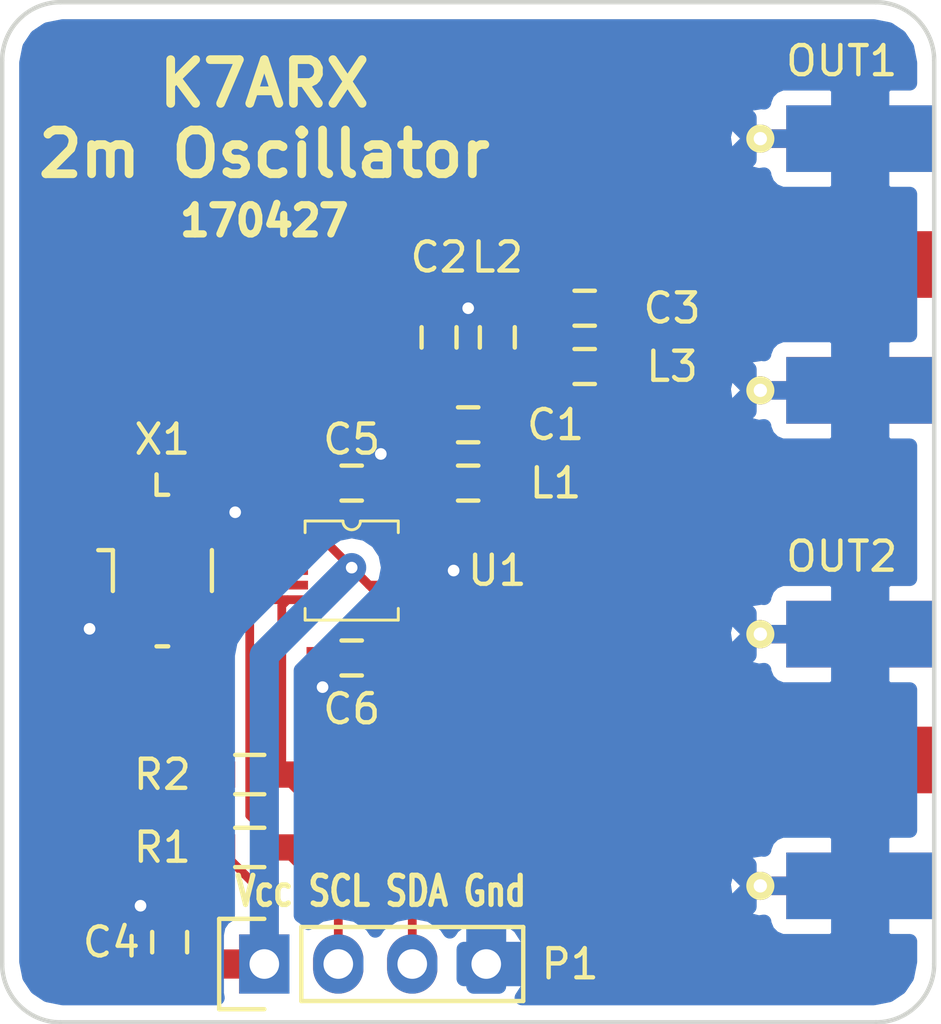
<source format=kicad_pcb>
(kicad_pcb (version 4) (host pcbnew 4.0.5)

  (general
    (links 49)
    (no_connects 0)
    (area 123.924999 90.924999 156.4 128.983333)
    (thickness 1.6)
    (drawings 11)
    (tracks 88)
    (zones 0)
    (modules 16)
    (nets 13)
  )

  (page USLetter)
  (title_block
    (title "Si5351A 2m Oscillator")
  )

  (layers
    (0 F.Cu signal)
    (31 B.Cu signal)
    (32 B.Adhes user)
    (33 F.Adhes user)
    (34 B.Paste user)
    (35 F.Paste user)
    (36 B.SilkS user)
    (37 F.SilkS user)
    (38 B.Mask user)
    (39 F.Mask user)
    (40 Dwgs.User user)
    (41 Cmts.User user)
    (42 Eco1.User user)
    (43 Eco2.User user)
    (44 Edge.Cuts user)
    (45 Margin user)
    (46 B.CrtYd user)
    (47 F.CrtYd user)
    (48 B.Fab user)
    (49 F.Fab user)
  )

  (setup
    (last_trace_width 0.3)
    (trace_clearance 0.15)
    (zone_clearance 0.508)
    (zone_45_only no)
    (trace_min 0.2)
    (segment_width 0.2)
    (edge_width 0.15)
    (via_size 0.6)
    (via_drill 0.4)
    (via_min_size 0.4)
    (via_min_drill 0.3)
    (uvia_size 0.3)
    (uvia_drill 0.1)
    (uvias_allowed no)
    (uvia_min_size 0.2)
    (uvia_min_drill 0.1)
    (pcb_text_width 0.3)
    (pcb_text_size 1.5 1.5)
    (mod_edge_width 0.15)
    (mod_text_size 1 1)
    (mod_text_width 0.15)
    (pad_size 2 1.3)
    (pad_drill 0)
    (pad_to_mask_clearance 0.2)
    (aux_axis_origin 0 0)
    (visible_elements FFFFFF7F)
    (pcbplotparams
      (layerselection 0x00030_80000001)
      (usegerberextensions false)
      (excludeedgelayer true)
      (linewidth 0.020000)
      (plotframeref false)
      (viasonmask false)
      (mode 1)
      (useauxorigin false)
      (hpglpennumber 1)
      (hpglpenspeed 20)
      (hpglpendiameter 15)
      (hpglpenoverlay 2)
      (psnegative false)
      (psa4output false)
      (plotreference true)
      (plotvalue true)
      (plotinvisibletext false)
      (padsonsilk false)
      (subtractmaskfromsilk false)
      (outputformat 1)
      (mirror false)
      (drillshape 0)
      (scaleselection 1)
      (outputdirectory ""))
  )

  (net 0 "")
  (net 1 "Net-(C1-Pad1)")
  (net 2 "Net-(C1-Pad2)")
  (net 3 GND)
  (net 4 Out1)
  (net 5 "Net-(C3-Pad2)")
  (net 6 VCC)
  (net 7 "Net-(L1-Pad1)")
  (net 8 Out2)
  (net 9 SCL)
  (net 10 SDA)
  (net 11 "Net-(U1-Pad2)")
  (net 12 "Net-(U1-Pad3)")

  (net_class Default "This is the default net class."
    (clearance 0.15)
    (trace_width 0.3)
    (via_dia 0.6)
    (via_drill 0.4)
    (uvia_dia 0.3)
    (uvia_drill 0.1)
    (add_net "Net-(U1-Pad2)")
    (add_net "Net-(U1-Pad3)")
    (add_net SCL)
    (add_net SDA)
  )

  (net_class 50ohm ""
    (clearance 0.15)
    (trace_width 2.97)
    (via_dia 0.6)
    (via_drill 0.4)
    (uvia_dia 0.3)
    (uvia_drill 0.1)
    (add_net Out1)
    (add_net Out2)
  )

  (net_class Power ""
    (clearance 0.15)
    (trace_width 0.75)
    (via_dia 0.6)
    (via_drill 0.4)
    (uvia_dia 0.3)
    (uvia_drill 0.1)
    (add_net GND)
    (add_net VCC)
  )

  (net_class filter ""
    (clearance 0.15)
    (trace_width 0.75)
    (via_dia 0.6)
    (via_drill 0.4)
    (uvia_dia 0.3)
    (uvia_drill 0.1)
    (add_net "Net-(C1-Pad1)")
    (add_net "Net-(C1-Pad2)")
    (add_net "Net-(C3-Pad2)")
    (add_net "Net-(L1-Pad1)")
  )

  (module Capacitors_SMD:C_0603_HandSoldering (layer F.Cu) (tedit 59025F0E) (tstamp 59022054)
    (at 140 105.5)
    (descr "Capacitor SMD 0603, hand soldering")
    (tags "capacitor 0603")
    (path /59021D1C)
    (attr smd)
    (fp_text reference C1 (at 3 0 180) (layer F.SilkS)
      (effects (font (size 1 1) (thickness 0.15)))
    )
    (fp_text value 12pF (at 0 1.9) (layer F.Fab) hide
      (effects (font (size 1 1) (thickness 0.15)))
    )
    (fp_line (start -0.8 0.4) (end -0.8 -0.4) (layer F.Fab) (width 0.15))
    (fp_line (start 0.8 0.4) (end -0.8 0.4) (layer F.Fab) (width 0.15))
    (fp_line (start 0.8 -0.4) (end 0.8 0.4) (layer F.Fab) (width 0.15))
    (fp_line (start -0.8 -0.4) (end 0.8 -0.4) (layer F.Fab) (width 0.15))
    (fp_line (start -1.85 -0.75) (end 1.85 -0.75) (layer F.CrtYd) (width 0.05))
    (fp_line (start -1.85 0.75) (end 1.85 0.75) (layer F.CrtYd) (width 0.05))
    (fp_line (start -1.85 -0.75) (end -1.85 0.75) (layer F.CrtYd) (width 0.05))
    (fp_line (start 1.85 -0.75) (end 1.85 0.75) (layer F.CrtYd) (width 0.05))
    (fp_line (start -0.35 -0.6) (end 0.35 -0.6) (layer F.SilkS) (width 0.15))
    (fp_line (start 0.35 0.6) (end -0.35 0.6) (layer F.SilkS) (width 0.15))
    (pad 1 smd rect (at -0.95 0) (size 1.2 0.75) (layers F.Cu F.Paste F.Mask)
      (net 1 "Net-(C1-Pad1)"))
    (pad 2 smd rect (at 0.95 0) (size 1.2 0.75) (layers F.Cu F.Paste F.Mask)
      (net 2 "Net-(C1-Pad2)"))
    (model Capacitors_SMD.3dshapes/C_0603_HandSoldering.wrl
      (at (xyz 0 0 0))
      (scale (xyz 1 1 1))
      (rotate (xyz 0 0 0))
    )
  )

  (module Capacitors_SMD:C_0603_HandSoldering (layer F.Cu) (tedit 590263EC) (tstamp 5902205A)
    (at 139 102.5 270)
    (descr "Capacitor SMD 0603, hand soldering")
    (tags "capacitor 0603")
    (path /59021D63)
    (attr smd)
    (fp_text reference C2 (at -2.75 0 360) (layer F.SilkS)
      (effects (font (size 1 1) (thickness 0.15)))
    )
    (fp_text value 82pF (at 0 1.9 270) (layer F.Fab) hide
      (effects (font (size 1 1) (thickness 0.15)))
    )
    (fp_line (start -0.8 0.4) (end -0.8 -0.4) (layer F.Fab) (width 0.15))
    (fp_line (start 0.8 0.4) (end -0.8 0.4) (layer F.Fab) (width 0.15))
    (fp_line (start 0.8 -0.4) (end 0.8 0.4) (layer F.Fab) (width 0.15))
    (fp_line (start -0.8 -0.4) (end 0.8 -0.4) (layer F.Fab) (width 0.15))
    (fp_line (start -1.85 -0.75) (end 1.85 -0.75) (layer F.CrtYd) (width 0.05))
    (fp_line (start -1.85 0.75) (end 1.85 0.75) (layer F.CrtYd) (width 0.05))
    (fp_line (start -1.85 -0.75) (end -1.85 0.75) (layer F.CrtYd) (width 0.05))
    (fp_line (start 1.85 -0.75) (end 1.85 0.75) (layer F.CrtYd) (width 0.05))
    (fp_line (start -0.35 -0.6) (end 0.35 -0.6) (layer F.SilkS) (width 0.15))
    (fp_line (start 0.35 0.6) (end -0.35 0.6) (layer F.SilkS) (width 0.15))
    (pad 1 smd rect (at -0.95 0 270) (size 1.2 0.75) (layers F.Cu F.Paste F.Mask)
      (net 3 GND))
    (pad 2 smd rect (at 0.95 0 270) (size 1.2 0.75) (layers F.Cu F.Paste F.Mask)
      (net 1 "Net-(C1-Pad1)"))
    (model Capacitors_SMD.3dshapes/C_0603_HandSoldering.wrl
      (at (xyz 0 0 0))
      (scale (xyz 1 1 1))
      (rotate (xyz 0 0 0))
    )
  )

  (module Capacitors_SMD:C_0603_HandSoldering (layer F.Cu) (tedit 59022207) (tstamp 59022060)
    (at 144 101.5 180)
    (descr "Capacitor SMD 0603, hand soldering")
    (tags "capacitor 0603")
    (path /59021E13)
    (attr smd)
    (fp_text reference C3 (at -3 0 180) (layer F.SilkS)
      (effects (font (size 1 1) (thickness 0.15)))
    )
    (fp_text value 12pF (at 0 1.9 180) (layer F.Fab) hide
      (effects (font (size 1 1) (thickness 0.15)))
    )
    (fp_line (start -0.8 0.4) (end -0.8 -0.4) (layer F.Fab) (width 0.15))
    (fp_line (start 0.8 0.4) (end -0.8 0.4) (layer F.Fab) (width 0.15))
    (fp_line (start 0.8 -0.4) (end 0.8 0.4) (layer F.Fab) (width 0.15))
    (fp_line (start -0.8 -0.4) (end 0.8 -0.4) (layer F.Fab) (width 0.15))
    (fp_line (start -1.85 -0.75) (end 1.85 -0.75) (layer F.CrtYd) (width 0.05))
    (fp_line (start -1.85 0.75) (end 1.85 0.75) (layer F.CrtYd) (width 0.05))
    (fp_line (start -1.85 -0.75) (end -1.85 0.75) (layer F.CrtYd) (width 0.05))
    (fp_line (start 1.85 -0.75) (end 1.85 0.75) (layer F.CrtYd) (width 0.05))
    (fp_line (start -0.35 -0.6) (end 0.35 -0.6) (layer F.SilkS) (width 0.15))
    (fp_line (start 0.35 0.6) (end -0.35 0.6) (layer F.SilkS) (width 0.15))
    (pad 1 smd rect (at -0.95 0 180) (size 1.2 0.75) (layers F.Cu F.Paste F.Mask)
      (net 4 Out1))
    (pad 2 smd rect (at 0.95 0 180) (size 1.2 0.75) (layers F.Cu F.Paste F.Mask)
      (net 5 "Net-(C3-Pad2)"))
    (model Capacitors_SMD.3dshapes/C_0603_HandSoldering.wrl
      (at (xyz 0 0 0))
      (scale (xyz 1 1 1))
      (rotate (xyz 0 0 0))
    )
  )

  (module Capacitors_SMD:C_0603_HandSoldering (layer F.Cu) (tedit 59026C85) (tstamp 59022066)
    (at 129.75 123.25 270)
    (descr "Capacitor SMD 0603, hand soldering")
    (tags "capacitor 0603")
    (path /59026C84)
    (attr smd)
    (fp_text reference C4 (at 0 2 360) (layer F.SilkS)
      (effects (font (size 1 1) (thickness 0.15)))
    )
    (fp_text value 1uF (at 0 1.9 270) (layer F.Fab) hide
      (effects (font (size 1 1) (thickness 0.15)))
    )
    (fp_line (start -0.8 0.4) (end -0.8 -0.4) (layer F.Fab) (width 0.15))
    (fp_line (start 0.8 0.4) (end -0.8 0.4) (layer F.Fab) (width 0.15))
    (fp_line (start 0.8 -0.4) (end 0.8 0.4) (layer F.Fab) (width 0.15))
    (fp_line (start -0.8 -0.4) (end 0.8 -0.4) (layer F.Fab) (width 0.15))
    (fp_line (start -1.85 -0.75) (end 1.85 -0.75) (layer F.CrtYd) (width 0.05))
    (fp_line (start -1.85 0.75) (end 1.85 0.75) (layer F.CrtYd) (width 0.05))
    (fp_line (start -1.85 -0.75) (end -1.85 0.75) (layer F.CrtYd) (width 0.05))
    (fp_line (start 1.85 -0.75) (end 1.85 0.75) (layer F.CrtYd) (width 0.05))
    (fp_line (start -0.35 -0.6) (end 0.35 -0.6) (layer F.SilkS) (width 0.15))
    (fp_line (start 0.35 0.6) (end -0.35 0.6) (layer F.SilkS) (width 0.15))
    (pad 1 smd rect (at -0.95 0 270) (size 1.2 0.75) (layers F.Cu F.Paste F.Mask)
      (net 3 GND))
    (pad 2 smd rect (at 0.95 0 270) (size 1.2 0.75) (layers F.Cu F.Paste F.Mask)
      (net 6 VCC))
    (model Capacitors_SMD.3dshapes/C_0603_HandSoldering.wrl
      (at (xyz 0 0 0))
      (scale (xyz 1 1 1))
      (rotate (xyz 0 0 0))
    )
  )

  (module Capacitors_SMD:C_0603_HandSoldering (layer F.Cu) (tedit 59022474) (tstamp 5902206C)
    (at 136 107.5 180)
    (descr "Capacitor SMD 0603, hand soldering")
    (tags "capacitor 0603")
    (path /59022107)
    (attr smd)
    (fp_text reference C5 (at 0 1.5 180) (layer F.SilkS)
      (effects (font (size 1 1) (thickness 0.15)))
    )
    (fp_text value 0.1uF (at 0 1.9 180) (layer F.Fab) hide
      (effects (font (size 1 1) (thickness 0.15)))
    )
    (fp_line (start -0.8 0.4) (end -0.8 -0.4) (layer F.Fab) (width 0.15))
    (fp_line (start 0.8 0.4) (end -0.8 0.4) (layer F.Fab) (width 0.15))
    (fp_line (start 0.8 -0.4) (end 0.8 0.4) (layer F.Fab) (width 0.15))
    (fp_line (start -0.8 -0.4) (end 0.8 -0.4) (layer F.Fab) (width 0.15))
    (fp_line (start -1.85 -0.75) (end 1.85 -0.75) (layer F.CrtYd) (width 0.05))
    (fp_line (start -1.85 0.75) (end 1.85 0.75) (layer F.CrtYd) (width 0.05))
    (fp_line (start -1.85 -0.75) (end -1.85 0.75) (layer F.CrtYd) (width 0.05))
    (fp_line (start 1.85 -0.75) (end 1.85 0.75) (layer F.CrtYd) (width 0.05))
    (fp_line (start -0.35 -0.6) (end 0.35 -0.6) (layer F.SilkS) (width 0.15))
    (fp_line (start 0.35 0.6) (end -0.35 0.6) (layer F.SilkS) (width 0.15))
    (pad 1 smd rect (at -0.95 0 180) (size 1.2 0.75) (layers F.Cu F.Paste F.Mask)
      (net 3 GND))
    (pad 2 smd rect (at 0.95 0 180) (size 1.2 0.75) (layers F.Cu F.Paste F.Mask)
      (net 6 VCC))
    (model Capacitors_SMD.3dshapes/C_0603_HandSoldering.wrl
      (at (xyz 0 0 0))
      (scale (xyz 1 1 1))
      (rotate (xyz 0 0 0))
    )
  )

  (module Capacitors_SMD:C_0603_HandSoldering (layer F.Cu) (tedit 59025ED8) (tstamp 59022072)
    (at 140 107.5)
    (descr "Capacitor SMD 0603, hand soldering")
    (tags "capacitor 0603")
    (path /59021CD9)
    (attr smd)
    (fp_text reference L1 (at 3 0) (layer F.SilkS)
      (effects (font (size 1 1) (thickness 0.15)))
    )
    (fp_text value 100nH (at 0 1.9) (layer F.Fab) hide
      (effects (font (size 1 1) (thickness 0.15)))
    )
    (fp_line (start -0.8 0.4) (end -0.8 -0.4) (layer F.Fab) (width 0.15))
    (fp_line (start 0.8 0.4) (end -0.8 0.4) (layer F.Fab) (width 0.15))
    (fp_line (start 0.8 -0.4) (end 0.8 0.4) (layer F.Fab) (width 0.15))
    (fp_line (start -0.8 -0.4) (end 0.8 -0.4) (layer F.Fab) (width 0.15))
    (fp_line (start -1.85 -0.75) (end 1.85 -0.75) (layer F.CrtYd) (width 0.05))
    (fp_line (start -1.85 0.75) (end 1.85 0.75) (layer F.CrtYd) (width 0.05))
    (fp_line (start -1.85 -0.75) (end -1.85 0.75) (layer F.CrtYd) (width 0.05))
    (fp_line (start 1.85 -0.75) (end 1.85 0.75) (layer F.CrtYd) (width 0.05))
    (fp_line (start -0.35 -0.6) (end 0.35 -0.6) (layer F.SilkS) (width 0.15))
    (fp_line (start 0.35 0.6) (end -0.35 0.6) (layer F.SilkS) (width 0.15))
    (pad 1 smd rect (at -0.95 0) (size 1.2 0.75) (layers F.Cu F.Paste F.Mask)
      (net 7 "Net-(L1-Pad1)"))
    (pad 2 smd rect (at 0.95 0) (size 1.2 0.75) (layers F.Cu F.Paste F.Mask)
      (net 2 "Net-(C1-Pad2)"))
    (model Capacitors_SMD.3dshapes/C_0603_HandSoldering.wrl
      (at (xyz 0 0 0))
      (scale (xyz 1 1 1))
      (rotate (xyz 0 0 0))
    )
  )

  (module Capacitors_SMD:C_0603_HandSoldering (layer F.Cu) (tedit 590263ED) (tstamp 59022078)
    (at 141 102.5 90)
    (descr "Capacitor SMD 0603, hand soldering")
    (tags "capacitor 0603")
    (path /59021D90)
    (attr smd)
    (fp_text reference L2 (at 2.75 0 180) (layer F.SilkS)
      (effects (font (size 1 1) (thickness 0.15)))
    )
    (fp_text value 15nH (at 0 1.9 90) (layer F.Fab) hide
      (effects (font (size 1 1) (thickness 0.15)))
    )
    (fp_line (start -0.8 0.4) (end -0.8 -0.4) (layer F.Fab) (width 0.15))
    (fp_line (start 0.8 0.4) (end -0.8 0.4) (layer F.Fab) (width 0.15))
    (fp_line (start 0.8 -0.4) (end 0.8 0.4) (layer F.Fab) (width 0.15))
    (fp_line (start -0.8 -0.4) (end 0.8 -0.4) (layer F.Fab) (width 0.15))
    (fp_line (start -1.85 -0.75) (end 1.85 -0.75) (layer F.CrtYd) (width 0.05))
    (fp_line (start -1.85 0.75) (end 1.85 0.75) (layer F.CrtYd) (width 0.05))
    (fp_line (start -1.85 -0.75) (end -1.85 0.75) (layer F.CrtYd) (width 0.05))
    (fp_line (start 1.85 -0.75) (end 1.85 0.75) (layer F.CrtYd) (width 0.05))
    (fp_line (start -0.35 -0.6) (end 0.35 -0.6) (layer F.SilkS) (width 0.15))
    (fp_line (start 0.35 0.6) (end -0.35 0.6) (layer F.SilkS) (width 0.15))
    (pad 1 smd rect (at -0.95 0 90) (size 1.2 0.75) (layers F.Cu F.Paste F.Mask)
      (net 1 "Net-(C1-Pad1)"))
    (pad 2 smd rect (at 0.95 0 90) (size 1.2 0.75) (layers F.Cu F.Paste F.Mask)
      (net 3 GND))
    (model Capacitors_SMD.3dshapes/C_0603_HandSoldering.wrl
      (at (xyz 0 0 0))
      (scale (xyz 1 1 1))
      (rotate (xyz 0 0 0))
    )
  )

  (module Capacitors_SMD:C_0603_HandSoldering (layer F.Cu) (tedit 59025F39) (tstamp 5902207E)
    (at 144 103.5)
    (descr "Capacitor SMD 0603, hand soldering")
    (tags "capacitor 0603")
    (path /59021DC8)
    (attr smd)
    (fp_text reference L3 (at 3 0) (layer F.SilkS)
      (effects (font (size 1 1) (thickness 0.15)))
    )
    (fp_text value 100nH (at 0 1.9) (layer F.Fab) hide
      (effects (font (size 1 1) (thickness 0.15)))
    )
    (fp_line (start -0.8 0.4) (end -0.8 -0.4) (layer F.Fab) (width 0.15))
    (fp_line (start 0.8 0.4) (end -0.8 0.4) (layer F.Fab) (width 0.15))
    (fp_line (start 0.8 -0.4) (end 0.8 0.4) (layer F.Fab) (width 0.15))
    (fp_line (start -0.8 -0.4) (end 0.8 -0.4) (layer F.Fab) (width 0.15))
    (fp_line (start -1.85 -0.75) (end 1.85 -0.75) (layer F.CrtYd) (width 0.05))
    (fp_line (start -1.85 0.75) (end 1.85 0.75) (layer F.CrtYd) (width 0.05))
    (fp_line (start -1.85 -0.75) (end -1.85 0.75) (layer F.CrtYd) (width 0.05))
    (fp_line (start 1.85 -0.75) (end 1.85 0.75) (layer F.CrtYd) (width 0.05))
    (fp_line (start -0.35 -0.6) (end 0.35 -0.6) (layer F.SilkS) (width 0.15))
    (fp_line (start 0.35 0.6) (end -0.35 0.6) (layer F.SilkS) (width 0.15))
    (pad 1 smd rect (at -0.95 0) (size 1.2 0.75) (layers F.Cu F.Paste F.Mask)
      (net 1 "Net-(C1-Pad1)"))
    (pad 2 smd rect (at 0.95 0) (size 1.2 0.75) (layers F.Cu F.Paste F.Mask)
      (net 5 "Net-(C3-Pad2)"))
    (model Capacitors_SMD.3dshapes/C_0603_HandSoldering.wrl
      (at (xyz 0 0 0))
      (scale (xyz 1 1 1))
      (rotate (xyz 0 0 0))
    )
  )

  (module Crystals:Crystal_SMD_5032_4Pads (layer F.Cu) (tedit 5902604B) (tstamp 590220BA)
    (at 129.5 110.5 270)
    (descr "Ceramic SMD crystal, 5.0x3.2mm, 4 Pads")
    (tags "crystal oscillator quartz SMD SMT 5032")
    (path /59026966)
    (attr smd)
    (fp_text reference X1 (at -4.5 0 360) (layer F.SilkS)
      (effects (font (size 1 1) (thickness 0.15)))
    )
    (fp_text value "25 MHz" (at 0 3.25 270) (layer F.Fab) hide
      (effects (font (size 1 1) (thickness 0.15)))
    )
    (fp_line (start -2.6 0.2) (end -3.3 0.2) (layer F.SilkS) (width 0.15))
    (fp_line (start -0.7 1.7) (end -0.7 2.2) (layer F.SilkS) (width 0.15))
    (fp_line (start 2.5 1.6) (end 2.5 -1.6) (layer F.Fab) (width 0.15))
    (fp_line (start -2.5 1.6) (end 2.5 1.6) (layer F.Fab) (width 0.15))
    (fp_line (start -2.5 -1.6) (end -2.5 1.6) (layer F.Fab) (width 0.15))
    (fp_line (start 2.5 -1.6) (end -2.5 -1.6) (layer F.Fab) (width 0.15))
    (fp_line (start 3.5 2.35) (end 3.5 -2.35) (layer F.CrtYd) (width 0.05))
    (fp_line (start -3.5 2.35) (end 3.5 2.35) (layer F.CrtYd) (width 0.05))
    (fp_line (start -3.5 -2.35) (end -3.5 2.35) (layer F.CrtYd) (width 0.05))
    (fp_line (start 3.5 -2.35) (end -3.5 -2.35) (layer F.CrtYd) (width 0.05))
    (fp_line (start 0.70208 1.7) (end -0.7 1.7) (layer F.SilkS) (width 0.15))
    (fp_line (start -0.70104 -1.7) (end 0.70104 -1.7) (layer F.SilkS) (width 0.15))
    (fp_line (start 2.6 0.2) (end 2.6 -0.2) (layer F.SilkS) (width 0.15))
    (fp_line (start -2.6 0.2) (end -2.6 -0.2) (layer F.SilkS) (width 0.15))
    (pad 1 smd rect (at -2 1.2 270) (size 2 1.3) (layers F.Cu F.Paste F.Mask)
      (net 11 "Net-(U1-Pad2)"))
    (pad 3 smd rect (at 2 1.2 270) (size 2 1.3) (layers F.Cu F.Paste F.Mask)
      (net 3 GND))
    (pad 2 smd rect (at 2 -1.2 270) (size 2 1.3) (layers F.Cu F.Paste F.Mask)
      (net 12 "Net-(U1-Pad3)"))
    (pad 3 smd rect (at -2 -1.2 270) (size 2 1.3) (layers F.Cu F.Paste F.Mask)
      (net 3 GND))
    (model Crystals.3dshapes/Crystal_SMD_5032_4Pads.wrl
      (at (xyz 0 0 0))
      (scale (xyz 1 1 1))
      (rotate (xyz 0 0 0))
    )
  )

  (module Resistors_SMD:R_0603_HandSoldering (layer F.Cu) (tedit 590232BF) (tstamp 590232D2)
    (at 132.5 120)
    (descr "Resistor SMD 0603, hand soldering")
    (tags "resistor 0603")
    (path /590231FB)
    (attr smd)
    (fp_text reference R1 (at -3 0) (layer F.SilkS)
      (effects (font (size 1 1) (thickness 0.15)))
    )
    (fp_text value 10k (at 0 1.9) (layer F.Fab) hide
      (effects (font (size 1 1) (thickness 0.15)))
    )
    (fp_line (start -0.8 0.4) (end -0.8 -0.4) (layer F.Fab) (width 0.1))
    (fp_line (start 0.8 0.4) (end -0.8 0.4) (layer F.Fab) (width 0.1))
    (fp_line (start 0.8 -0.4) (end 0.8 0.4) (layer F.Fab) (width 0.1))
    (fp_line (start -0.8 -0.4) (end 0.8 -0.4) (layer F.Fab) (width 0.1))
    (fp_line (start -2 -0.8) (end 2 -0.8) (layer F.CrtYd) (width 0.05))
    (fp_line (start -2 0.8) (end 2 0.8) (layer F.CrtYd) (width 0.05))
    (fp_line (start -2 -0.8) (end -2 0.8) (layer F.CrtYd) (width 0.05))
    (fp_line (start 2 -0.8) (end 2 0.8) (layer F.CrtYd) (width 0.05))
    (fp_line (start 0.5 0.675) (end -0.5 0.675) (layer F.SilkS) (width 0.15))
    (fp_line (start -0.5 -0.675) (end 0.5 -0.675) (layer F.SilkS) (width 0.15))
    (pad 1 smd rect (at -1.1 0) (size 1.2 0.9) (layers F.Cu F.Paste F.Mask)
      (net 6 VCC))
    (pad 2 smd rect (at 1.1 0) (size 1.2 0.9) (layers F.Cu F.Paste F.Mask)
      (net 9 SCL))
    (model Resistors_SMD.3dshapes/R_0603_HandSoldering.wrl
      (at (xyz 0 0 0))
      (scale (xyz 1 1 1))
      (rotate (xyz 0 0 0))
    )
  )

  (module Resistors_SMD:R_0603_HandSoldering (layer F.Cu) (tedit 590232DF) (tstamp 590232D8)
    (at 132.5 117.5)
    (descr "Resistor SMD 0603, hand soldering")
    (tags "resistor 0603")
    (path /59023250)
    (attr smd)
    (fp_text reference R2 (at -3 0) (layer F.SilkS)
      (effects (font (size 1 1) (thickness 0.15)))
    )
    (fp_text value 10k (at 0 1.9) (layer F.Fab) hide
      (effects (font (size 1 1) (thickness 0.15)))
    )
    (fp_line (start -0.8 0.4) (end -0.8 -0.4) (layer F.Fab) (width 0.1))
    (fp_line (start 0.8 0.4) (end -0.8 0.4) (layer F.Fab) (width 0.1))
    (fp_line (start 0.8 -0.4) (end 0.8 0.4) (layer F.Fab) (width 0.1))
    (fp_line (start -0.8 -0.4) (end 0.8 -0.4) (layer F.Fab) (width 0.1))
    (fp_line (start -2 -0.8) (end 2 -0.8) (layer F.CrtYd) (width 0.05))
    (fp_line (start -2 0.8) (end 2 0.8) (layer F.CrtYd) (width 0.05))
    (fp_line (start -2 -0.8) (end -2 0.8) (layer F.CrtYd) (width 0.05))
    (fp_line (start 2 -0.8) (end 2 0.8) (layer F.CrtYd) (width 0.05))
    (fp_line (start 0.5 0.675) (end -0.5 0.675) (layer F.SilkS) (width 0.15))
    (fp_line (start -0.5 -0.675) (end 0.5 -0.675) (layer F.SilkS) (width 0.15))
    (pad 1 smd rect (at -1.1 0) (size 1.2 0.9) (layers F.Cu F.Paste F.Mask)
      (net 6 VCC))
    (pad 2 smd rect (at 1.1 0) (size 1.2 0.9) (layers F.Cu F.Paste F.Mask)
      (net 10 SDA))
    (model Resistors_SMD.3dshapes/R_0603_HandSoldering.wrl
      (at (xyz 0 0 0))
      (scale (xyz 1 1 1))
      (rotate (xyz 0 0 0))
    )
  )

  (module k7arx:SMA_Board_Edge (layer F.Cu) (tedit 59026382) (tstamp 590263ED)
    (at 156 100 180)
    (path /5902266E)
    (fp_text reference OUT1 (at 3.175 6.985 180) (layer F.SilkS)
      (effects (font (size 1 1) (thickness 0.15)))
    )
    (fp_text value SMA (at 6.985 -6.985 180) (layer F.Fab) hide
      (effects (font (size 1 1) (thickness 0.15)))
    )
    (pad 1 smd rect (at 3.175 0 180) (size 6.35 2.286) (layers F.Cu F.Paste F.Mask)
      (net 4 Out1))
    (pad 2 smd rect (at 2.54 -4.318 180) (size 5.08 2.286) (layers F.Cu F.Paste F.Mask)
      (net 3 GND))
    (pad 2 smd rect (at 2.54 4.318 180) (size 5.08 2.286) (layers F.Cu F.Paste F.Mask)
      (net 3 GND))
    (pad 2 thru_hole circle (at 5.969 -4.318 180) (size 0.9652 0.9652) (drill 0.4572) (layers *.Cu *.Mask F.SilkS)
      (net 3 GND))
    (pad 2 thru_hole circle (at 5.969 4.318 180) (size 0.9652 0.9652) (drill 0.4572) (layers *.Cu *.Mask F.SilkS)
      (net 3 GND))
    (pad 2 smd rect (at 5.08 -4.318 180) (size 1.016 0.635) (layers F.Cu F.Paste F.Mask)
      (net 3 GND))
    (pad 2 smd rect (at 5.08 4.318 180) (size 1.016 0.635) (layers F.Cu F.Paste F.Mask)
      (net 3 GND))
    (pad 2 smd rect (at 2.54 -4.318 180) (size 5.08 2.286) (layers B.Cu B.Paste B.Mask)
      (net 3 GND))
    (pad 2 smd rect (at 2.54 4.318 180) (size 5.08 2.286) (layers B.Cu B.Paste B.Mask)
      (net 3 GND))
    (pad 2 smd rect (at 5.08 -4.318 180) (size 1.016 0.635) (layers B.Cu B.Paste B.Mask)
      (net 3 GND))
    (pad 2 smd rect (at 5.08 4.318 180) (size 1.016 0.635) (layers B.Cu B.Paste B.Mask)
      (net 3 GND))
  )

  (module k7arx:SMA_Board_Edge (layer F.Cu) (tedit 59026386) (tstamp 590263FC)
    (at 156 117 180)
    (path /590226C6)
    (fp_text reference OUT2 (at 3.175 6.985 180) (layer F.SilkS)
      (effects (font (size 1 1) (thickness 0.15)))
    )
    (fp_text value SMA (at 6.985 -6.985 180) (layer F.Fab) hide
      (effects (font (size 1 1) (thickness 0.15)))
    )
    (pad 1 smd rect (at 3.175 0 180) (size 6.35 2.286) (layers F.Cu F.Paste F.Mask)
      (net 8 Out2))
    (pad 2 smd rect (at 2.54 -4.318 180) (size 5.08 2.286) (layers F.Cu F.Paste F.Mask)
      (net 3 GND))
    (pad 2 smd rect (at 2.54 4.318 180) (size 5.08 2.286) (layers F.Cu F.Paste F.Mask)
      (net 3 GND))
    (pad 2 thru_hole circle (at 5.969 -4.318 180) (size 0.9652 0.9652) (drill 0.4572) (layers *.Cu *.Mask F.SilkS)
      (net 3 GND))
    (pad 2 thru_hole circle (at 5.969 4.318 180) (size 0.9652 0.9652) (drill 0.4572) (layers *.Cu *.Mask F.SilkS)
      (net 3 GND))
    (pad 2 smd rect (at 5.08 -4.318 180) (size 1.016 0.635) (layers F.Cu F.Paste F.Mask)
      (net 3 GND))
    (pad 2 smd rect (at 5.08 4.318 180) (size 1.016 0.635) (layers F.Cu F.Paste F.Mask)
      (net 3 GND))
    (pad 2 smd rect (at 2.54 -4.318 180) (size 5.08 2.286) (layers B.Cu B.Paste B.Mask)
      (net 3 GND))
    (pad 2 smd rect (at 2.54 4.318 180) (size 5.08 2.286) (layers B.Cu B.Paste B.Mask)
      (net 3 GND))
    (pad 2 smd rect (at 5.08 -4.318 180) (size 1.016 0.635) (layers B.Cu B.Paste B.Mask)
      (net 3 GND))
    (pad 2 smd rect (at 5.08 4.318 180) (size 1.016 0.635) (layers B.Cu B.Paste B.Mask)
      (net 3 GND))
  )

  (module Pin_Headers:Pin_Header_Straight_1x04 (layer F.Cu) (tedit 59026BE3) (tstamp 59026483)
    (at 133 124 90)
    (descr "Through hole pin header")
    (tags "pin header")
    (path /590228F9)
    (fp_text reference P1 (at 0 10.5 180) (layer F.SilkS)
      (effects (font (size 1 1) (thickness 0.15)))
    )
    (fp_text value CONN_01X04 (at 0 -3.1 90) (layer F.Fab) hide
      (effects (font (size 1 1) (thickness 0.15)))
    )
    (fp_line (start -1.75 -1.75) (end -1.75 9.4) (layer F.CrtYd) (width 0.05))
    (fp_line (start 1.75 -1.75) (end 1.75 9.4) (layer F.CrtYd) (width 0.05))
    (fp_line (start -1.75 -1.75) (end 1.75 -1.75) (layer F.CrtYd) (width 0.05))
    (fp_line (start -1.75 9.4) (end 1.75 9.4) (layer F.CrtYd) (width 0.05))
    (fp_line (start -1.27 1.27) (end -1.27 8.89) (layer F.SilkS) (width 0.15))
    (fp_line (start 1.27 1.27) (end 1.27 8.89) (layer F.SilkS) (width 0.15))
    (fp_line (start 1.55 -1.55) (end 1.55 0) (layer F.SilkS) (width 0.15))
    (fp_line (start -1.27 8.89) (end 1.27 8.89) (layer F.SilkS) (width 0.15))
    (fp_line (start 1.27 1.27) (end -1.27 1.27) (layer F.SilkS) (width 0.15))
    (fp_line (start -1.55 0) (end -1.55 -1.55) (layer F.SilkS) (width 0.15))
    (fp_line (start -1.55 -1.55) (end 1.55 -1.55) (layer F.SilkS) (width 0.15))
    (pad 1 thru_hole rect (at 0 0 90) (size 2.032 1.7272) (drill 1.016) (layers *.Cu *.Mask)
      (net 6 VCC))
    (pad 2 thru_hole oval (at 0 2.54 90) (size 2.032 1.7272) (drill 1.016) (layers *.Cu *.Mask)
      (net 9 SCL))
    (pad 3 thru_hole oval (at 0 5.08 90) (size 2.032 1.7272) (drill 1.016) (layers *.Cu *.Mask)
      (net 10 SDA))
    (pad 4 thru_hole oval (at 0 7.62 90) (size 2.032 1.7272) (drill 1.016) (layers *.Cu *.Mask)
      (net 3 GND))
    (model Pin_Headers.3dshapes/Pin_Header_Straight_1x04.wrl
      (at (xyz 0 -0.15 0))
      (scale (xyz 1 1 1))
      (rotate (xyz 0 0 90))
    )
  )

  (module k7arx:MSOP-10 (layer F.Cu) (tedit 590266F5) (tstamp 5902676A)
    (at 136 110.5)
    (path /59021C4F)
    (fp_text reference U1 (at 5 0) (layer F.SilkS)
      (effects (font (size 1 1) (thickness 0.15)))
    )
    (fp_text value Si5351A (at 0 -2.5) (layer F.Fab) hide
      (effects (font (size 1 1) (thickness 0.15)))
    )
    (fp_line (start -1.6 1.3) (end -1.6 1.7) (layer F.SilkS) (width 0.1))
    (fp_line (start -1.6 1.7) (end 1.6 1.7) (layer F.SilkS) (width 0.1))
    (fp_line (start 1.6 1.7) (end 1.6 1.3) (layer F.SilkS) (width 0.1))
    (fp_arc (start 0 -1.7) (end 0.3 -1.7) (angle 90) (layer F.SilkS) (width 0.1))
    (fp_arc (start 0 -1.7) (end 0 -1.4) (angle 90) (layer F.SilkS) (width 0.1))
    (fp_line (start 0.3 -1.7) (end 1.6 -1.7) (layer F.SilkS) (width 0.1))
    (fp_line (start 1.6 -1.7) (end 1.6 -1.3) (layer F.SilkS) (width 0.1))
    (fp_line (start -1.6 -1.3) (end -1.6 -1.7) (layer F.SilkS) (width 0.1))
    (fp_line (start -1.6 -1.7) (end -0.3 -1.7) (layer F.SilkS) (width 0.1))
    (pad 1 smd rect (at -2.2 -1) (size 1.4 0.3) (layers F.Cu F.Paste F.Mask)
      (net 6 VCC))
    (pad 2 smd rect (at -2.2 -0.5) (size 1.4 0.3) (layers F.Cu F.Paste F.Mask)
      (net 11 "Net-(U1-Pad2)"))
    (pad 3 smd rect (at -2.2 0) (size 1.4 0.3) (layers F.Cu F.Paste F.Mask)
      (net 12 "Net-(U1-Pad3)"))
    (pad 4 smd rect (at -2.2 0.5) (size 1.4 0.3) (layers F.Cu F.Paste F.Mask)
      (net 9 SCL))
    (pad 5 smd rect (at -2.2 1) (size 1.4 0.3) (layers F.Cu F.Paste F.Mask)
      (net 10 SDA))
    (pad 6 smd rect (at 2.2 1) (size 1.4 0.3) (layers F.Cu F.Paste F.Mask)
      (net 8 Out2))
    (pad 7 smd rect (at 2.2 0.5) (size 1.4 0.3) (layers F.Cu F.Paste F.Mask)
      (net 6 VCC))
    (pad 8 smd rect (at 2.2 0) (size 1.4 0.3) (layers F.Cu F.Paste F.Mask)
      (net 3 GND))
    (pad 9 smd rect (at 2.2 -0.5) (size 1.4 0.3) (layers F.Cu F.Paste F.Mask))
    (pad 10 smd rect (at 2.2 -1) (size 1.4 0.3) (layers F.Cu F.Paste F.Mask)
      (net 7 "Net-(L1-Pad1)"))
  )

  (module Capacitors_SMD:C_0603_HandSoldering (layer F.Cu) (tedit 59026BD6) (tstamp 59026BA9)
    (at 136 113.5)
    (descr "Capacitor SMD 0603, hand soldering")
    (tags "capacitor 0603")
    (path /5902209F)
    (attr smd)
    (fp_text reference C6 (at 0 1.75) (layer F.SilkS)
      (effects (font (size 1 1) (thickness 0.15)))
    )
    (fp_text value 0.1uF (at 0 1.9) (layer F.Fab) hide
      (effects (font (size 1 1) (thickness 0.15)))
    )
    (fp_line (start -0.8 0.4) (end -0.8 -0.4) (layer F.Fab) (width 0.15))
    (fp_line (start 0.8 0.4) (end -0.8 0.4) (layer F.Fab) (width 0.15))
    (fp_line (start 0.8 -0.4) (end 0.8 0.4) (layer F.Fab) (width 0.15))
    (fp_line (start -0.8 -0.4) (end 0.8 -0.4) (layer F.Fab) (width 0.15))
    (fp_line (start -1.85 -0.75) (end 1.85 -0.75) (layer F.CrtYd) (width 0.05))
    (fp_line (start -1.85 0.75) (end 1.85 0.75) (layer F.CrtYd) (width 0.05))
    (fp_line (start -1.85 -0.75) (end -1.85 0.75) (layer F.CrtYd) (width 0.05))
    (fp_line (start 1.85 -0.75) (end 1.85 0.75) (layer F.CrtYd) (width 0.05))
    (fp_line (start -0.35 -0.6) (end 0.35 -0.6) (layer F.SilkS) (width 0.15))
    (fp_line (start 0.35 0.6) (end -0.35 0.6) (layer F.SilkS) (width 0.15))
    (pad 1 smd rect (at -0.95 0) (size 1.2 0.75) (layers F.Cu F.Paste F.Mask)
      (net 3 GND))
    (pad 2 smd rect (at 0.95 0) (size 1.2 0.75) (layers F.Cu F.Paste F.Mask)
      (net 6 VCC))
    (model Capacitors_SMD.3dshapes/C_0603_HandSoldering.wrl
      (at (xyz 0 0 0))
      (scale (xyz 1 1 1))
      (rotate (xyz 0 0 0))
    )
  )

  (gr_text "Vcc SCL SDA Gnd" (at 137 121.5) (layer F.SilkS)
    (effects (font (size 1 0.75) (thickness 0.18)))
  )
  (gr_arc (start 154 124) (end 156 124) (angle 90) (layer Edge.Cuts) (width 0.15))
  (gr_arc (start 126 124) (end 126 126) (angle 90) (layer Edge.Cuts) (width 0.15))
  (gr_arc (start 126 93) (end 124 93) (angle 90) (layer Edge.Cuts) (width 0.15))
  (gr_arc (start 154 93) (end 154 91) (angle 90) (layer Edge.Cuts) (width 0.15))
  (gr_line (start 154 91) (end 126 91) (angle 90) (layer Edge.Cuts) (width 0.15))
  (gr_line (start 156 124) (end 156 93) (angle 90) (layer Edge.Cuts) (width 0.15))
  (gr_line (start 126 126) (end 154 126) (angle 90) (layer Edge.Cuts) (width 0.15))
  (gr_line (start 124 93) (end 124 124) (angle 90) (layer Edge.Cuts) (width 0.15))
  (gr_text 170427 (at 133 98.5) (layer F.SilkS)
    (effects (font (size 1 1) (thickness 0.25)))
  )
  (gr_text "K7ARX\n2m Oscillator" (at 133 95) (layer F.SilkS)
    (effects (font (size 1.5 1.5) (thickness 0.3)))
  )

  (segment (start 141 103.45) (end 143 103.45) (width 0.75) (layer F.Cu) (net 1))
  (segment (start 143 103.45) (end 143.05 103.5) (width 0.75) (layer F.Cu) (net 1) (tstamp 59025FE3))
  (segment (start 141 103.45) (end 139 103.45) (width 0.75) (layer F.Cu) (net 1))
  (segment (start 139.05 105.5) (end 139.05 103.5) (width 0.75) (layer F.Cu) (net 1))
  (segment (start 139.05 103.5) (end 139 103.45) (width 0.75) (layer F.Cu) (net 1) (tstamp 59025F88))
  (segment (start 140.95 107.5) (end 140.95 105.5) (width 0.75) (layer F.Cu) (net 2))
  (segment (start 129.75 122.3) (end 129.05 122.3) (width 0.75) (layer F.Cu) (net 3))
  (via (at 128.75 122) (size 0.6) (drill 0.4) (layers F.Cu B.Cu) (net 3))
  (segment (start 129.05 122.3) (end 128.75 122) (width 0.75) (layer F.Cu) (net 3) (tstamp 59026C17))
  (segment (start 135.05 113.5) (end 135.05 114.45) (width 0.75) (layer F.Cu) (net 3))
  (via (at 135 114.5) (size 0.6) (drill 0.4) (layers F.Cu B.Cu) (net 3))
  (segment (start 135.05 114.45) (end 135 114.5) (width 0.75) (layer F.Cu) (net 3) (tstamp 59026976))
  (segment (start 139 101.55) (end 139.95 101.55) (width 0.75) (layer F.Cu) (net 3))
  (segment (start 140.05 101.55) (end 141 101.55) (width 0.75) (layer F.Cu) (net 3))
  (via (at 140 101.5) (size 0.6) (drill 0.4) (layers F.Cu B.Cu) (net 3))
  (segment (start 140.05 101.55) (end 140 101.5) (width 0.3) (layer F.Cu) (net 3) (tstamp 5902699D))
  (segment (start 139.95 101.55) (end 140 101.5) (width 0.3) (layer F.Cu) (net 3) (tstamp 590269EE))
  (segment (start 128.3 112.5) (end 127 112.5) (width 0.75) (layer F.Cu) (net 3))
  (via (at 127 112.5) (size 0.6) (drill 0.4) (layers F.Cu B.Cu) (net 3))
  (segment (start 130.7 108.5) (end 132 108.5) (width 0.75) (layer F.Cu) (net 3))
  (via (at 132 108.5) (size 0.6) (drill 0.4) (layers F.Cu B.Cu) (net 3))
  (segment (start 138.2 110.5) (end 139.5 110.5) (width 0.3) (layer F.Cu) (net 3))
  (via (at 139.5 110.5) (size 0.6) (drill 0.4) (layers F.Cu B.Cu) (net 3))
  (segment (start 150.031 121.318) (end 150.92 121.318) (width 0.3) (layer F.Cu) (net 3))
  (segment (start 150.92 121.318) (end 153.46 121.318) (width 0.3) (layer F.Cu) (net 3) (tstamp 59025EA6))
  (segment (start 150.031 112.682) (end 150.92 112.682) (width 0.3) (layer F.Cu) (net 3))
  (segment (start 150.92 112.682) (end 153.46 112.682) (width 0.3) (layer F.Cu) (net 3) (tstamp 59025EA3))
  (segment (start 150.031 112.682) (end 150.92 112.682) (width 0.3) (layer B.Cu) (net 3))
  (segment (start 150.92 112.682) (end 153.46 112.682) (width 0.3) (layer B.Cu) (net 3) (tstamp 59025E97))
  (segment (start 150.031 121.318) (end 150.92 121.318) (width 0.3) (layer B.Cu) (net 3))
  (segment (start 150.92 121.318) (end 153.46 121.318) (width 0.3) (layer B.Cu) (net 3) (tstamp 59025E95))
  (segment (start 150.031 104.318) (end 150.92 104.318) (width 0.3) (layer F.Cu) (net 3))
  (segment (start 150.92 104.318) (end 153.46 104.318) (width 0.3) (layer F.Cu) (net 3) (tstamp 59025EA0))
  (segment (start 150.031 95.682) (end 150.92 95.682) (width 0.3) (layer F.Cu) (net 3))
  (segment (start 150.92 95.682) (end 153.46 95.682) (width 0.3) (layer F.Cu) (net 3) (tstamp 59025E9E))
  (segment (start 150.031 95.682) (end 150.92 95.682) (width 0.3) (layer B.Cu) (net 3))
  (segment (start 150.92 95.682) (end 153.46 95.682) (width 0.3) (layer B.Cu) (net 3) (tstamp 59025E9A))
  (segment (start 150.031 104.318) (end 150.92 104.318) (width 0.3) (layer B.Cu) (net 3))
  (segment (start 150.92 104.318) (end 153.46 104.318) (width 0.3) (layer B.Cu) (net 3) (tstamp 59025E91))
  (segment (start 136.95 107.5) (end 136.95 106.55) (width 0.75) (layer F.Cu) (net 3))
  (via (at 137 106.5) (size 0.6) (drill 0.4) (layers F.Cu B.Cu) (net 3))
  (segment (start 136.95 106.55) (end 137 106.5) (width 0.75) (layer F.Cu) (net 3) (tstamp 59026932))
  (segment (start 144.95 101.5) (end 144.95 101.05) (width 0.3) (layer F.Cu) (net 4))
  (segment (start 144.95 101.05) (end 146 100) (width 0.3) (layer F.Cu) (net 4) (tstamp 59025FEC))
  (segment (start 146 100) (end 145.5 100.5) (width 2.97) (layer F.Cu) (net 4) (tstamp 59025FE9))
  (segment (start 152.825 100) (end 146 100) (width 2.97) (layer F.Cu) (net 4))
  (segment (start 144.95 103.5) (end 144.95 103.4) (width 0.75) (layer F.Cu) (net 5))
  (segment (start 144.95 103.4) (end 143.05 101.5) (width 0.75) (layer F.Cu) (net 5) (tstamp 59025FE6))
  (segment (start 133 124) (end 129.95 124) (width 1) (layer F.Cu) (net 6))
  (segment (start 129.95 124) (end 129.75 124.2) (width 0.3) (layer F.Cu) (net 6) (tstamp 59026C12))
  (segment (start 133.8 108.75) (end 135.05 107.5) (width 0.3) (layer F.Cu) (net 6) (tstamp 590223FA))
  (segment (start 133 124) (end 133 113.4) (width 1) (layer B.Cu) (net 6))
  (via (at 136 110.4) (size 0.6) (drill 0.4) (layers F.Cu B.Cu) (net 6))
  (segment (start 133 113.4) (end 136 110.4) (width 1) (layer B.Cu) (net 6) (tstamp 59025BFE))
  (segment (start 136.95 113.5) (end 136.95 111.35) (width 0.3) (layer F.Cu) (net 6))
  (segment (start 136.95 111.35) (end 136.6 111) (width 0.3) (layer F.Cu) (net 6) (tstamp 59025BEA))
  (segment (start 138.2 111) (end 136.6 111) (width 0.3) (layer F.Cu) (net 6))
  (segment (start 135.1 109.5) (end 136 110.4) (width 0.3) (layer F.Cu) (net 6) (tstamp 59025BD6))
  (segment (start 135.1 109.5) (end 133.8 109.5) (width 0.3) (layer F.Cu) (net 6))
  (segment (start 136.6 111) (end 136 110.4) (width 0.3) (layer F.Cu) (net 6) (tstamp 59025BE4))
  (segment (start 133 124) (end 133 121.6) (width 0.3) (layer F.Cu) (net 6))
  (segment (start 133 121.6) (end 131.4 120) (width 0.3) (layer F.Cu) (net 6) (tstamp 5902339B))
  (segment (start 131.4 120) (end 131.4 117.5) (width 0.3) (layer F.Cu) (net 6) (tstamp 5902339D))
  (segment (start 137 113.45) (end 136.95 113.5) (width 0.2) (layer F.Cu) (net 6) (tstamp 59022485))
  (segment (start 133.8 109.5) (end 133.8 108.75) (width 0.3) (layer F.Cu) (net 6))
  (segment (start 138.2 109.4) (end 138.2 108.35) (width 0.5) (layer F.Cu) (net 7))
  (segment (start 138.2 108.35) (end 139.05 107.5) (width 0.75) (layer F.Cu) (net 7) (tstamp 590223FD))
  (segment (start 152.825 117) (end 143.5 117) (width 2.97) (layer F.Cu) (net 8))
  (segment (start 138.2 111.7) (end 139.5 113) (width 0.75) (layer F.Cu) (net 8) (tstamp 59026176))
  (segment (start 138.2 111.7) (end 138.2 111.5) (width 0.3) (layer F.Cu) (net 8))
  (segment (start 143.5 117) (end 139.5 113) (width 2.97) (layer F.Cu) (net 8) (tstamp 590261B0))
  (segment (start 138.2 111.5) (end 138.5 111.5) (width 0.3) (layer F.Cu) (net 8))
  (segment (start 133.8 111) (end 133 111) (width 0.3) (layer F.Cu) (net 9))
  (segment (start 132.5 118.9) (end 133.6 120) (width 0.3) (layer F.Cu) (net 9) (tstamp 5902336A))
  (segment (start 132.5 111.5) (end 132.5 118.9) (width 0.3) (layer F.Cu) (net 9) (tstamp 59023366))
  (segment (start 133 111) (end 132.5 111.5) (width 0.3) (layer F.Cu) (net 9) (tstamp 59023365))
  (segment (start 135.54 124) (end 135.54 121.94) (width 0.3) (layer F.Cu) (net 9))
  (segment (start 135.54 121.94) (end 133.6 120) (width 0.3) (layer F.Cu) (net 9) (tstamp 59023357))
  (segment (start 133.6 117.5) (end 133.6 111.7) (width 0.3) (layer F.Cu) (net 10))
  (segment (start 133.6 111.7) (end 133.8 111.5) (width 0.3) (layer F.Cu) (net 10) (tstamp 59023520))
  (segment (start 138.08 124) (end 138.08 121.98) (width 0.3) (layer F.Cu) (net 10))
  (segment (start 138.08 121.98) (end 133.6 117.5) (width 0.3) (layer F.Cu) (net 10) (tstamp 59023343))
  (segment (start 133.8 110) (end 129.8 110) (width 0.3) (layer F.Cu) (net 11))
  (segment (start 129.8 110) (end 128.3 108.5) (width 0.3) (layer F.Cu) (net 11) (tstamp 59023497))
  (segment (start 133.8 110.5) (end 131.5 110.5) (width 0.3) (layer F.Cu) (net 12))
  (segment (start 130.7 111.3) (end 130.7 112.5) (width 0.3) (layer F.Cu) (net 12) (tstamp 5902349E))
  (segment (start 131.5 110.5) (end 130.7 111.3) (width 0.3) (layer F.Cu) (net 12) (tstamp 5902349C))
  (segment (start 130.7 111.8) (end 130.7 112.5) (width 0.2) (layer F.Cu) (net 12) (tstamp 59022373))

  (zone (net 3) (net_name GND) (layer B.Cu) (tstamp 590226A3) (hatch edge 0.508)
    (connect_pads (clearance 0.508))
    (min_thickness 0.508)
    (fill yes (arc_segments 16) (thermal_gap 0.508) (thermal_bridge_width 2))
    (polygon
      (pts
        (xy 156 126) (xy 124 126) (xy 124 91) (xy 156 91)
      )
    )
    (filled_polygon
      (pts
        (xy 154.438786 91.940678) (xy 154.81077 92.189229) (xy 155.059323 92.561216) (xy 155.163 93.082435) (xy 155.163 93.777)
        (xy 154.3965 93.777) (xy 154.206 93.9675) (xy 154.206 95.1105) (xy 154.226 95.1105) (xy 154.226 96.2535)
        (xy 154.206 96.2535) (xy 154.206 97.3965) (xy 154.3965 97.587) (xy 155.163 97.587) (xy 155.163 102.413)
        (xy 154.3965 102.413) (xy 154.206 102.6035) (xy 154.206 103.7465) (xy 154.226 103.7465) (xy 154.226 104.8895)
        (xy 154.206 104.8895) (xy 154.206 106.0325) (xy 154.3965 106.223) (xy 155.163 106.223) (xy 155.163 110.777)
        (xy 154.3965 110.777) (xy 154.206 110.9675) (xy 154.206 112.1105) (xy 154.226 112.1105) (xy 154.226 113.2535)
        (xy 154.206 113.2535) (xy 154.206 114.3965) (xy 154.3965 114.587) (xy 155.163 114.587) (xy 155.163 119.413)
        (xy 154.3965 119.413) (xy 154.206 119.6035) (xy 154.206 120.7465) (xy 154.226 120.7465) (xy 154.226 121.8895)
        (xy 154.206 121.8895) (xy 154.206 123.0325) (xy 154.3965 123.223) (xy 155.163 123.223) (xy 155.163 123.917565)
        (xy 155.059323 124.438784) (xy 154.81077 124.810771) (xy 154.438786 125.059322) (xy 153.917564 125.163) (xy 141.845134 125.163)
        (xy 142.114134 124.74908) (xy 141.99858 124.508) (xy 141.0518 124.508) (xy 141.0518 124.766) (xy 140.1882 124.766)
        (xy 140.1882 124.508) (xy 139.854 124.508) (xy 139.854 123.492) (xy 140.1882 123.492) (xy 140.1882 122.479002)
        (xy 141.0518 122.479002) (xy 141.0518 123.492) (xy 141.99858 123.492) (xy 142.114134 123.25092) (xy 141.77206 122.724559)
        (xy 141.291648 122.36724) (xy 141.0518 122.479002) (xy 140.1882 122.479002) (xy 139.948352 122.36724) (xy 139.46794 122.724559)
        (xy 139.370545 122.874424) (xy 139.229473 122.663294) (xy 138.70209 122.310908) (xy 138.08 122.187167) (xy 137.45791 122.310908)
        (xy 136.930527 122.663294) (xy 136.81 122.843675) (xy 136.689473 122.663294) (xy 136.16209 122.310908) (xy 135.54 122.187167)
        (xy 134.91791 122.310908) (xy 134.510954 122.582827) (xy 134.420508 122.442271) (xy 134.262 122.333967) (xy 134.262 121.261799)
        (xy 148.763262 121.261799) (xy 148.838256 121.75122) (xy 148.88127 121.855065) (xy 149.117105 121.890645) (xy 149.65 121.35775)
        (xy 149.65 122.04025) (xy 149.458355 122.231895) (xy 149.493935 122.46773) (xy 149.974799 122.585738) (xy 150.158 122.557666)
        (xy 150.158 122.612571) (xy 150.274008 122.892638) (xy 150.488362 123.106992) (xy 150.768429 123.223) (xy 152.5235 123.223)
        (xy 152.714 123.0325) (xy 152.714 121.8895) (xy 152.147572 121.8895) (xy 152.19 121.787071) (xy 152.19 121.66725)
        (xy 151.9995 121.47675) (xy 151.273572 121.47675) (xy 151.298738 121.374201) (xy 151.265801 121.15925) (xy 151.9995 121.15925)
        (xy 152.19 120.96875) (xy 152.19 120.848929) (xy 152.147572 120.7465) (xy 152.714 120.7465) (xy 152.714 119.6035)
        (xy 152.5235 119.413) (xy 150.768429 119.413) (xy 150.488362 119.529008) (xy 150.274008 119.743362) (xy 150.158 120.023429)
        (xy 150.158 120.067637) (xy 150.087201 120.050262) (xy 149.59778 120.125256) (xy 149.493935 120.16827) (xy 149.458355 120.404105)
        (xy 149.65 120.59575) (xy 149.65 121.27825) (xy 149.117105 120.745355) (xy 148.88127 120.780935) (xy 148.763262 121.261799)
        (xy 134.262 121.261799) (xy 134.262 113.922738) (xy 135.558939 112.625799) (xy 148.763262 112.625799) (xy 148.838256 113.11522)
        (xy 148.88127 113.219065) (xy 149.117105 113.254645) (xy 149.65 112.72175) (xy 149.65 113.40425) (xy 149.458355 113.595895)
        (xy 149.493935 113.83173) (xy 149.974799 113.949738) (xy 150.158 113.921666) (xy 150.158 113.976571) (xy 150.274008 114.256638)
        (xy 150.488362 114.470992) (xy 150.768429 114.587) (xy 152.5235 114.587) (xy 152.714 114.3965) (xy 152.714 113.2535)
        (xy 152.147572 113.2535) (xy 152.19 113.151071) (xy 152.19 113.03125) (xy 151.9995 112.84075) (xy 151.273572 112.84075)
        (xy 151.298738 112.738201) (xy 151.265801 112.52325) (xy 151.9995 112.52325) (xy 152.19 112.33275) (xy 152.19 112.212929)
        (xy 152.147572 112.1105) (xy 152.714 112.1105) (xy 152.714 110.9675) (xy 152.5235 110.777) (xy 150.768429 110.777)
        (xy 150.488362 110.893008) (xy 150.274008 111.107362) (xy 150.158 111.387429) (xy 150.158 111.431637) (xy 150.087201 111.414262)
        (xy 149.59778 111.489256) (xy 149.493935 111.53227) (xy 149.458355 111.768105) (xy 149.65 111.95975) (xy 149.65 112.64225)
        (xy 149.117105 112.109355) (xy 148.88127 112.144935) (xy 148.763262 112.625799) (xy 135.558939 112.625799) (xy 136.892369 111.292369)
        (xy 137.165936 110.882947) (xy 137.262001 110.4) (xy 137.165936 109.917053) (xy 136.892369 109.507631) (xy 136.482947 109.234064)
        (xy 136 109.137999) (xy 135.517053 109.234064) (xy 135.107631 109.507631) (xy 132.107631 112.507631) (xy 131.834064 112.917053)
        (xy 131.834064 112.917054) (xy 131.738 113.4) (xy 131.738 122.334862) (xy 131.594671 122.427092) (xy 131.420683 122.681731)
        (xy 131.359472 122.984) (xy 131.359472 125.016) (xy 131.387132 125.163) (xy 126.082435 125.163) (xy 125.561216 125.059323)
        (xy 125.189229 124.81077) (xy 124.940678 124.438786) (xy 124.837 123.917564) (xy 124.837 104.261799) (xy 148.763262 104.261799)
        (xy 148.838256 104.75122) (xy 148.88127 104.855065) (xy 149.117105 104.890645) (xy 149.65 104.35775) (xy 149.65 105.04025)
        (xy 149.458355 105.231895) (xy 149.493935 105.46773) (xy 149.974799 105.585738) (xy 150.158 105.557666) (xy 150.158 105.612571)
        (xy 150.274008 105.892638) (xy 150.488362 106.106992) (xy 150.768429 106.223) (xy 152.5235 106.223) (xy 152.714 106.0325)
        (xy 152.714 104.8895) (xy 152.147572 104.8895) (xy 152.19 104.787071) (xy 152.19 104.66725) (xy 151.9995 104.47675)
        (xy 151.273572 104.47675) (xy 151.298738 104.374201) (xy 151.265801 104.15925) (xy 151.9995 104.15925) (xy 152.19 103.96875)
        (xy 152.19 103.848929) (xy 152.147572 103.7465) (xy 152.714 103.7465) (xy 152.714 102.6035) (xy 152.5235 102.413)
        (xy 150.768429 102.413) (xy 150.488362 102.529008) (xy 150.274008 102.743362) (xy 150.158 103.023429) (xy 150.158 103.067637)
        (xy 150.087201 103.050262) (xy 149.59778 103.125256) (xy 149.493935 103.16827) (xy 149.458355 103.404105) (xy 149.65 103.59575)
        (xy 149.65 104.27825) (xy 149.117105 103.745355) (xy 148.88127 103.780935) (xy 148.763262 104.261799) (xy 124.837 104.261799)
        (xy 124.837 95.625799) (xy 148.763262 95.625799) (xy 148.838256 96.11522) (xy 148.88127 96.219065) (xy 149.117105 96.254645)
        (xy 149.65 95.72175) (xy 149.65 96.40425) (xy 149.458355 96.595895) (xy 149.493935 96.83173) (xy 149.974799 96.949738)
        (xy 150.158 96.921666) (xy 150.158 96.976571) (xy 150.274008 97.256638) (xy 150.488362 97.470992) (xy 150.768429 97.587)
        (xy 152.5235 97.587) (xy 152.714 97.3965) (xy 152.714 96.2535) (xy 152.147572 96.2535) (xy 152.19 96.151071)
        (xy 152.19 96.03125) (xy 151.9995 95.84075) (xy 151.273572 95.84075) (xy 151.298738 95.738201) (xy 151.265801 95.52325)
        (xy 151.9995 95.52325) (xy 152.19 95.33275) (xy 152.19 95.212929) (xy 152.147572 95.1105) (xy 152.714 95.1105)
        (xy 152.714 93.9675) (xy 152.5235 93.777) (xy 150.768429 93.777) (xy 150.488362 93.893008) (xy 150.274008 94.107362)
        (xy 150.158 94.387429) (xy 150.158 94.431637) (xy 150.087201 94.414262) (xy 149.59778 94.489256) (xy 149.493935 94.53227)
        (xy 149.458355 94.768105) (xy 149.65 94.95975) (xy 149.65 95.64225) (xy 149.117105 95.109355) (xy 148.88127 95.144935)
        (xy 148.763262 95.625799) (xy 124.837 95.625799) (xy 124.837 93.082436) (xy 124.940678 92.561214) (xy 125.189229 92.18923)
        (xy 125.561216 91.940677) (xy 126.082435 91.837) (xy 153.917564 91.837)
      )
    )
  )
)

</source>
